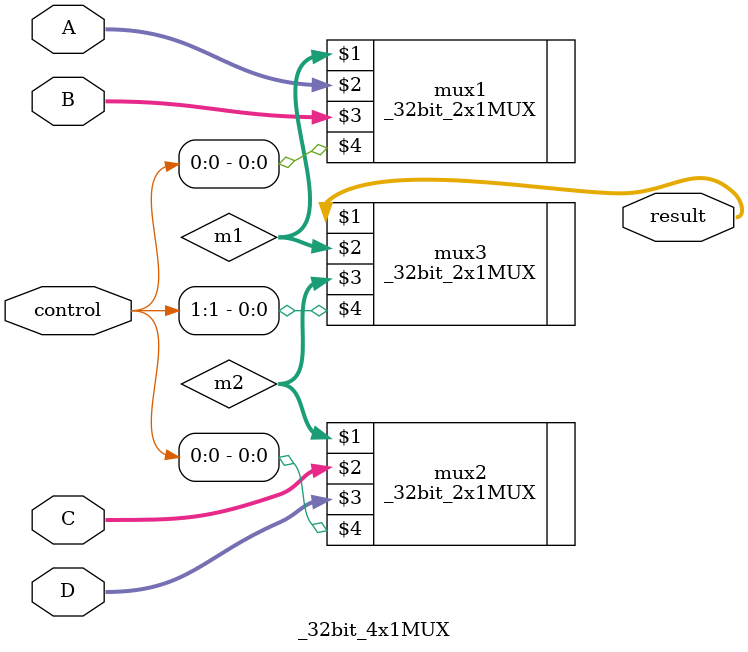
<source format=v>
module _32bit_4x1MUX(result, A, B, C, D, control);

input [31:0] A, B, C, D;
input [1:0] control;
output [31:0] result;

wire [31:0] m1, m2;

_32bit_2x1MUX mux1(m1, A, B, control[0]);
_32bit_2x1MUX mux2(m2, C, D, control[0]);

_32bit_2x1MUX mux3(result, m1, m2, control[1]);

endmodule
</source>
